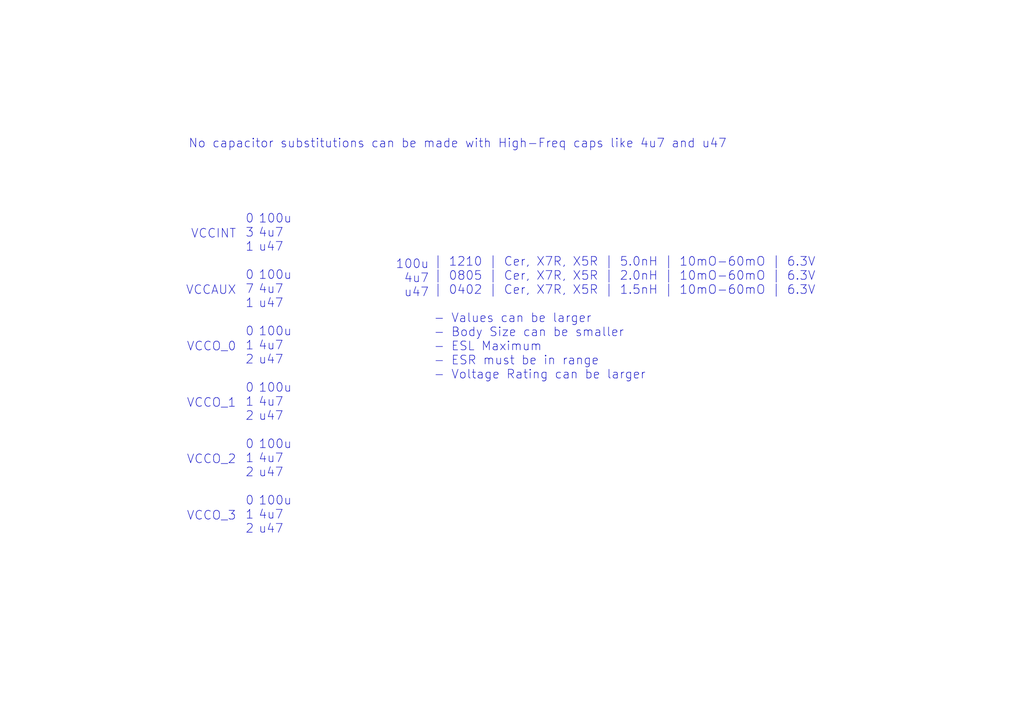
<source format=kicad_sch>
(kicad_sch (version 20230121) (generator eeschema)
  (paper "A4")
  (lib_symbols)
  (text "No capacitor substitutions can be made with High-Freq caps like 4u7 and u47" (at 54.61 43.18 0) (effects (font (size 2.54 2.54)) (justify left bottom)))
  (text "0\n3\n1\n\n0\n7\n1\n\n0\n1\n2\n\n0\n1\n2\n\n0\n1\n2\n\n0\n1\n2" (at 71.12 154.94 0) (effects (font (size 2.54 2.54)) (justify left bottom)))
  (text "| 1210 | Cer, X7R, X5R | 5.0nH | 10mO-60mO | 6.3V\n| 0805 | Cer, X7R, X5R | 2.0nH | 10mO-60mO | 6.3V\n| 0402 | Cer, X7R, X5R | 1.5nH | 10mO-60mO | 6.3V\n\n- Values can be larger\n- Body Size can be smaller\n- ESL Maximum\n- ESR must be in range\n- Voltage Rating can be larger\n\n" (at 125.73 114.3 0) (effects (font (size 2.54 2.54)) (justify left bottom)))
  (text "VCCINT\n\n\n\nVCCAUX\n\n\n\nVCCO_0\n\n\n\nVCCO_1\n\n\n\nVCCO_2\n\n\n\nVCCO_3" (at 68.58 151.13 0) (effects (font (size 2.54 2.54)) (justify right bottom)))
  (text "100u\n4u7\nu47\n\n100u\n4u7\nu47\n\n100u\n4u7\nu47\n\n100u\n4u7\nu47\n\n100u\n4u7\nu47\n\n100u\n4u7\nu47" (at 74.93 154.94 0) (effects (font (size 2.54 2.54)) (justify left bottom)))
  (text "100u\n4u7\nu47" (at 124.46 86.36 0) (effects (font (size 2.54 2.54)) (justify right bottom)))
)
</source>
